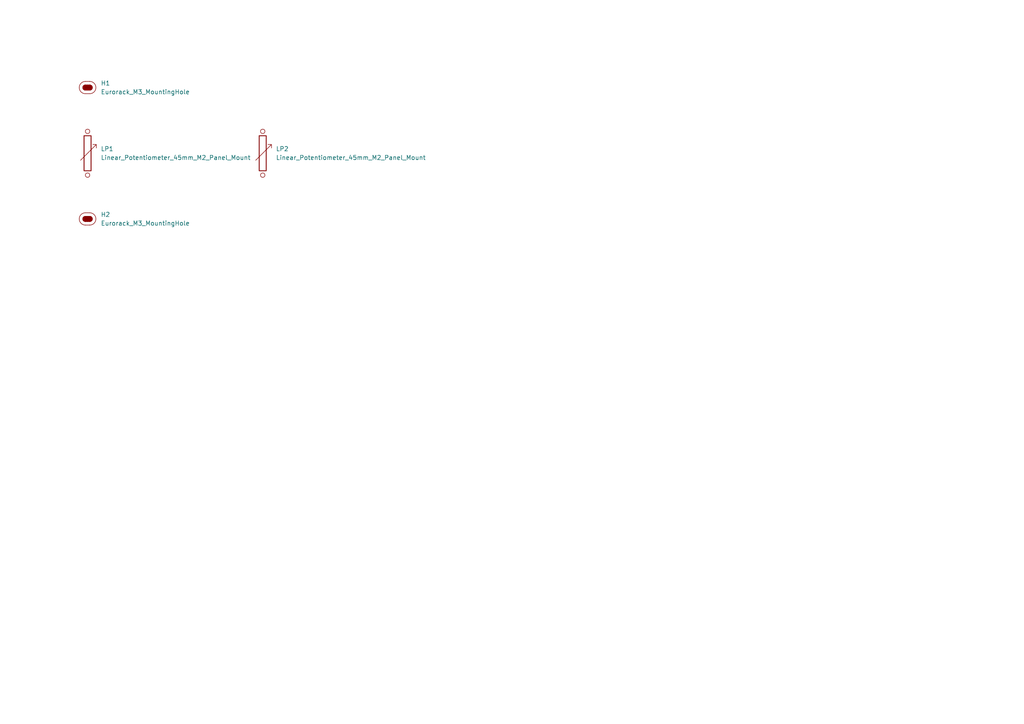
<source format=kicad_sch>
(kicad_sch (version 20250114) (generator "eeschema") (generator_version "9.0")
  (paper "A4")
  (lib_symbols
    (symbol "EXC:Eurorack_M3_MountingHole" (pin_names (offset 1.016))
      (property "Reference" "H" (at 0 5.08 0))
      (property "Value" "Eurorack_M3_MountingHole" (at 0 3.175 0))
      (symbol "Eurorack_M3_MountingHole_0_1"
        (polyline (pts (xy -0.635 0.762) (xy 0.635 0.762)))
        (circle (center -0.635 0) (radius 0.762) (fill (type outline)))
        (arc (start -0.635 -0.762) (mid -1.397 0) (end -0.635 0.762))
        (arc (start -0.635 -1.778) (mid -2.413 0) (end -0.635 1.778))
        (polyline (pts (xy -0.635 -0.762) (xy 0.635 -0.762)))
        (polyline (pts (xy -0.635 -1.778) (xy 0.635 -1.778)))
        (circle (center 0 0) (radius 0.762) (fill (type outline)))
        (polyline (pts (xy 0.635 1.778) (xy -0.635 1.778)))
        (arc (start 0.6141 1.778) (mid 2.4131 0) (end 0.6141 -1.778))
        (arc (start 0.6227 0.762) (mid 1.3971 0) (end 0.6227 -0.762))
        (circle (center 0.635 0) (radius 0.762) (fill (type outline)))
      )
    )
    (symbol "EXC:Linear_Potentiometer_45mm_M2_Panel_Mount" (pin_numbers (hide yes)) (pin_names (offset 0))
      (property "Reference" "LP" (at 0 8.128 0))
      (property "Value" "Linear_Potentiometer_45mm_M2_Panel_Mount" (at 0.254 -8.636 0))
      (symbol "Linear_Potentiometer_45mm_M2_Panel_Mount_0_1"
        (rectangle (start -1.016 5.08) (end 1.016 -5.08) (stroke (width 0.254)))
        (circle (center 0 6.35) (radius 0.635))
        (circle (center 0 -6.35) (radius 0.635))
        (polyline (pts (xy 2.54 1.524) (xy 2.54 2.54) (xy 1.524 2.54) (xy 2.54 2.54) (xy -2.032 -2.032)))
      )
    )
  )
  (symbol (lib_id "EXC:Eurorack_M3_MountingHole") (at 25.4 25.4 0) (unit 1)
    (property "Reference" "H1" (at 29.21 24.1299 0) (effects (justify left)))
    (property "Value" "Eurorack_M3_MountingHole" (at 29.21 26.6699 0) (effects (justify left)))
    (property "Footprint" "EXC:MountingHole_3.2mm_M3" (effects (hide yes)))
    (property "Description" "Mounting Hole without connection" (effects (hide yes)))
  )
  (symbol (lib_id "EXC:Eurorack_M3_MountingHole") (at 25.4 63.5 0) (unit 1)
    (property "Reference" "H2" (at 29.21 62.2299 0) (effects (justify left)))
    (property "Value" "Eurorack_M3_MountingHole" (at 29.21 64.7699 0) (effects (justify left)))
    (property "Footprint" "EXC:MountingHole_3.2mm_M3" (effects (hide yes)))
    (property "Description" "Mounting Hole without connection" (effects (hide yes)))
  )
  (symbol (lib_id "EXC:Linear_Potentiometer_45mm_M2_Panel_Mount") (at 76.2 44.45 0) (unit 1)
    (property "Reference" "LP2" (at 80.01 43.1799 0) (effects (justify left)))
    (property "Value" "Linear_Potentiometer_45mm_M2_Panel_Mount" (at 80.01 45.7199 0) (effects (justify left)))
    (property "Footprint" "EXC:Linear_Potentiometer_45mm_M2_Panel_Mount" (effects (hide yes)))
    (property "Datasheet" "https://cdn-shop.adafruit.com/product-files/4272/P4272+C13403-001+Data+Sheet+.pdf" (effects (hide yes)))
    (property "Description" "Slide Potentiometer with Knob - 45mm Long - 10KΩ. Panel-mounted with 2x M2 screws, 41mm apart." (effects (hide yes)))
    (property "Source" "https://www.adafruit.com/product/4272" (effects (hide yes)))
  )
  (symbol (lib_id "EXC:Linear_Potentiometer_45mm_M2_Panel_Mount") (at 25.4 44.45 0) (unit 1)
    (property "Reference" "LP1" (at 29.21 43.1799 0) (effects (justify left)))
    (property "Value" "Linear_Potentiometer_45mm_M2_Panel_Mount" (at 29.21 45.7199 0) (effects (justify left)))
    (property "Footprint" "EXC:Linear_Potentiometer_45mm_M2_Panel_Mount" (effects (hide yes)))
    (property "Datasheet" "https://cdn-shop.adafruit.com/product-files/4272/P4272+C13403-001+Data+Sheet+.pdf" (effects (hide yes)))
    (property "Description" "Slide Potentiometer with Knob - 45mm Long - 10KΩ. Panel-mounted with 2x M2 screws, 41mm apart." (effects (hide yes)))
    (property "Source" "https://www.adafruit.com/product/4272" (effects (hide yes)))
  )
)
</source>
